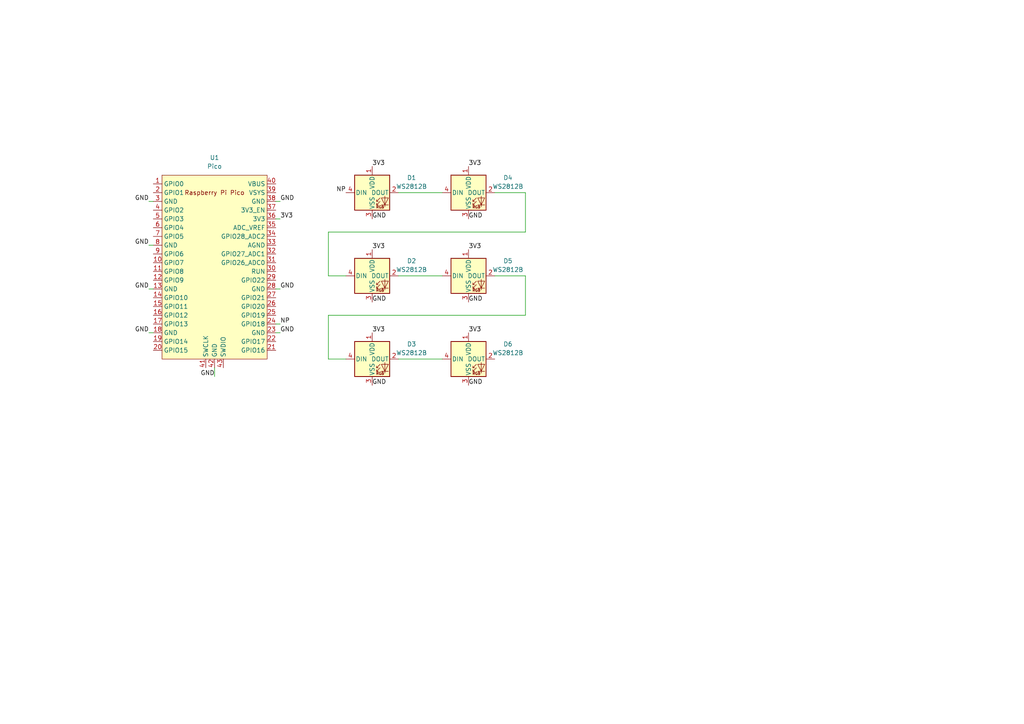
<source format=kicad_sch>
(kicad_sch (version 20211123) (generator eeschema)
  (paper "A4")
  (lib_symbols
    (symbol "LED:WS2812B" (pin_names (offset 0.254))
      (property "Reference" "D" (at 5.08 5.715 0))
      (property "Value" "WS2812B" (at 1.27 -5.715 0))
      (symbol "WS2812B_0_0"
        (text "RGB" (at 2.286 -4.191 0) (effects (font (size 0.762 0.762))))
      )
      (symbol "WS2812B_0_1"
        (polyline (pts (xy 1.27 -3.556) (xy 1.778 -3.556)))
        (polyline (pts (xy 1.27 -2.54) (xy 1.778 -2.54)))
        (polyline (pts (xy 4.699 -3.556) (xy 2.667 -3.556)))
        (polyline (pts (xy 2.286 -2.54) (xy 1.27 -3.556) (xy 1.27 -3.048)))
        (polyline (pts (xy 2.286 -1.524) (xy 1.27 -2.54) (xy 1.27 -2.032)))
        (polyline (pts (xy 3.683 -1.016) (xy 3.683 -3.556) (xy 3.683 -4.064)))
        (polyline (pts (xy 4.699 -1.524) (xy 2.667 -1.524) (xy 3.683 -3.556) (xy 4.699 -1.524)))
        (rectangle (start 5.08 5.08) (end -5.08 -5.08) (stroke (width 0.254)) (fill (type background)))
      )
      (symbol "WS2812B_1_1"
        (pin power_in line (at 0 7.62 270) (length 2.54) (name "VDD") (number "1"))
        (pin output line (at 7.62 0 180) (length 2.54) (name "DOUT") (number "2"))
        (pin power_in line (at 0 -7.62 90) (length 2.54) (name "VSS") (number "3"))
        (pin input line (at -7.62 0 0) (length 2.54) (name "DIN") (number "4"))
      )
    )
    (symbol "MCU_RaspberryPi_and_Boards:Pico"
      (property "Reference" "U" (at -13.97 27.94 0))
      (property "Value" "Pico" (at 0 19.05 0))
      (symbol "Pico_0_0"
        (text "Raspberry Pi Pico" (at 0 21.59 0) (effects (font (size 1.27 1.27))))
      )
      (symbol "Pico_0_1"
        (rectangle (start -15.24 26.67) (end 15.24 -26.67) (fill (type background)))
      )
      (symbol "Pico_1_1"
        (pin bidirectional line (at -17.78 24.13 0) (length 2.54) (name "GPIO0") (number "1"))
        (pin bidirectional line (at -17.78 1.27 0) (length 2.54) (name "GPIO7") (number "10"))
        (pin bidirectional line (at -17.78 -1.27 0) (length 2.54) (name "GPIO8") (number "11"))
        (pin bidirectional line (at -17.78 -3.81 0) (length 2.54) (name "GPIO9") (number "12"))
        (pin power_in line (at -17.78 -6.35 0) (length 2.54) (name "GND") (number "13"))
        (pin bidirectional line (at -17.78 -8.89 0) (length 2.54) (name "GPIO10") (number "14"))
        (pin bidirectional line (at -17.78 -11.43 0) (length 2.54) (name "GPIO11") (number "15"))
        (pin bidirectional line (at -17.78 -13.97 0) (length 2.54) (name "GPIO12") (number "16"))
        (pin bidirectional line (at -17.78 -16.51 0) (length 2.54) (name "GPIO13") (number "17"))
        (pin power_in line (at -17.78 -19.05 0) (length 2.54) (name "GND") (number "18"))
        (pin bidirectional line (at -17.78 -21.59 0) (length 2.54) (name "GPIO14") (number "19"))
        (pin bidirectional line (at -17.78 21.59 0) (length 2.54) (name "GPIO1") (number "2"))
        (pin bidirectional line (at -17.78 -24.13 0) (length 2.54) (name "GPIO15") (number "20"))
        (pin bidirectional line (at 17.78 -24.13 180) (length 2.54) (name "GPIO16") (number "21"))
        (pin bidirectional line (at 17.78 -21.59 180) (length 2.54) (name "GPIO17") (number "22"))
        (pin power_in line (at 17.78 -19.05 180) (length 2.54) (name "GND") (number "23"))
        (pin bidirectional line (at 17.78 -16.51 180) (length 2.54) (name "GPIO18") (number "24"))
        (pin bidirectional line (at 17.78 -13.97 180) (length 2.54) (name "GPIO19") (number "25"))
        (pin bidirectional line (at 17.78 -11.43 180) (length 2.54) (name "GPIO20") (number "26"))
        (pin bidirectional line (at 17.78 -8.89 180) (length 2.54) (name "GPIO21") (number "27"))
        (pin power_in line (at 17.78 -6.35 180) (length 2.54) (name "GND") (number "28"))
        (pin bidirectional line (at 17.78 -3.81 180) (length 2.54) (name "GPIO22") (number "29"))
        (pin power_in line (at -17.78 19.05 0) (length 2.54) (name "GND") (number "3"))
        (pin input line (at 17.78 -1.27 180) (length 2.54) (name "RUN") (number "30"))
        (pin bidirectional line (at 17.78 1.27 180) (length 2.54) (name "GPIO26_ADC0") (number "31"))
        (pin bidirectional line (at 17.78 3.81 180) (length 2.54) (name "GPIO27_ADC1") (number "32"))
        (pin power_in line (at 17.78 6.35 180) (length 2.54) (name "AGND") (number "33"))
        (pin bidirectional line (at 17.78 8.89 180) (length 2.54) (name "GPIO28_ADC2") (number "34"))
        (pin power_in line (at 17.78 11.43 180) (length 2.54) (name "ADC_VREF") (number "35"))
        (pin power_in line (at 17.78 13.97 180) (length 2.54) (name "3V3") (number "36"))
        (pin input line (at 17.78 16.51 180) (length 2.54) (name "3V3_EN") (number "37"))
        (pin bidirectional line (at 17.78 19.05 180) (length 2.54) (name "GND") (number "38"))
        (pin power_in line (at 17.78 21.59 180) (length 2.54) (name "VSYS") (number "39"))
        (pin bidirectional line (at -17.78 16.51 0) (length 2.54) (name "GPIO2") (number "4"))
        (pin power_in line (at 17.78 24.13 180) (length 2.54) (name "VBUS") (number "40"))
        (pin input line (at -2.54 -29.21 90) (length 2.54) (name "SWCLK") (number "41"))
        (pin power_in line (at 0 -29.21 90) (length 2.54) (name "GND") (number "42"))
        (pin bidirectional line (at 2.54 -29.21 90) (length 2.54) (name "SWDIO") (number "43"))
        (pin bidirectional line (at -17.78 13.97 0) (length 2.54) (name "GPIO3") (number "5"))
        (pin bidirectional line (at -17.78 11.43 0) (length 2.54) (name "GPIO4") (number "6"))
        (pin bidirectional line (at -17.78 8.89 0) (length 2.54) (name "GPIO5") (number "7"))
        (pin power_in line (at -17.78 6.35 0) (length 2.54) (name "GND") (number "8"))
        (pin bidirectional line (at -17.78 3.81 0) (length 2.54) (name "GPIO6") (number "9"))
      )
    )
  )
  (wire (pts (xy 115.57 104.14) (xy 128.27 104.14)))
  (wire (pts (xy 81.28 58.42) (xy 80.01 58.42)))
  (wire (pts (xy 43.18 71.12) (xy 44.45 71.12)))
  (wire (pts (xy 115.57 55.88) (xy 128.27 55.88)))
  (wire (pts (xy 115.57 80.01) (xy 128.27 80.01)))
  (wire (pts (xy 95.25 104.14) (xy 100.33 104.14)))
  (wire (pts (xy 62.23 109.22) (xy 62.23 106.68)))
  (wire (pts (xy 95.25 67.31) (xy 95.25 80.01)))
  (wire (pts (xy 95.25 80.01) (xy 100.33 80.01)))
  (wire (pts (xy 143.51 80.01) (xy 152.4 80.01)))
  (wire (pts (xy 152.4 55.88) (xy 152.4 67.31)))
  (wire (pts (xy 81.28 96.52) (xy 80.01 96.52)))
  (wire (pts (xy 81.28 93.98) (xy 80.01 93.98)))
  (wire (pts (xy 81.28 83.82) (xy 80.01 83.82)))
  (wire (pts (xy 152.4 91.44) (xy 95.25 91.44)))
  (wire (pts (xy 95.25 91.44) (xy 95.25 104.14)))
  (wire (pts (xy 43.18 83.82) (xy 44.45 83.82)))
  (wire (pts (xy 43.18 96.52) (xy 44.45 96.52)))
  (wire (pts (xy 152.4 67.31) (xy 95.25 67.31)))
  (wire (pts (xy 152.4 80.01) (xy 152.4 91.44)))
  (wire (pts (xy 81.28 63.5) (xy 80.01 63.5)))
  (wire (pts (xy 143.51 55.88) (xy 152.4 55.88)))
  (wire (pts (xy 43.18 58.42) (xy 44.45 58.42)))
  (label "3V3" (at 107.95 72.39 0))
  (label "NP" (at 100.33 55.88 180))
  (label "GND" (at 62.23 109.22 180))
  (label "3V3" (at 135.89 72.39 0))
  (label "NP" (at 81.28 93.98 0))
  (label "GND" (at 135.89 111.76 0))
  (label "GND" (at 81.28 96.52 0))
  (label "3V3" (at 107.95 48.26 0))
  (label "GND" (at 107.95 87.63 0))
  (label "3V3" (at 81.28 63.5 0))
  (label "3V3" (at 135.89 48.26 0))
  (label "GND" (at 135.89 63.5 0))
  (label "3V3" (at 135.89 96.52 0))
  (label "GND" (at 107.95 63.5 0))
  (label "GND" (at 135.89 87.63 0))
  (label "GND" (at 81.28 58.42 0))
  (label "GND" (at 43.18 96.52 180))
  (label "3V3" (at 107.95 96.52 0))
  (label "GND" (at 43.18 71.12 180))
  (label "GND" (at 43.18 58.42 180))
  (label "GND" (at 107.95 111.76 0))
  (label "GND" (at 43.18 83.82 180))
  (label "GND" (at 81.28 83.82 0))
  (symbol (lib_id "LED:WS2812B") (at 135.89 80.01 0) (unit 1)
    (property "Reference" "D5" (at 147.32 75.6793 0))
    (property "Value" "WS2812B" (at 147.32 78.2193 0))
    (property "Footprint" "LED_SMD:LED_WS2812B_PLCC4_5.0x5.0mm_P3.2mm" (effects hide))
    (property "Datasheet" "https://cdn-shop.adafruit.com/datasheets/WS2812B.pdf" (effects hide))
  )
  (symbol (lib_id "MCU_RaspberryPi_and_Boards:Pico") (at 62.23 77.47 0) (unit 1)
    (property "Reference" "U1" (at 62.23 45.72 0))
    (property "Value" "Pico" (at 62.23 48.26 0))
    (property "Footprint" "MCU_RaspberryPi_and_Boards:RPi_Pico_SMD_TH" (effects hide))
  )
  (symbol (lib_id "LED:WS2812B") (at 107.95 80.01 0) (unit 1)
    (property "Reference" "D2" (at 119.38 75.6793 0))
    (property "Value" "WS2812B" (at 119.38 78.2193 0))
    (property "Footprint" "LED_SMD:LED_WS2812B_PLCC4_5.0x5.0mm_P3.2mm" (effects hide))
    (property "Datasheet" "https://cdn-shop.adafruit.com/datasheets/WS2812B.pdf" (effects hide))
  )
  (symbol (lib_id "LED:WS2812B") (at 107.95 55.88 0) (unit 1)
    (property "Reference" "D1" (at 119.38 51.5493 0))
    (property "Value" "WS2812B" (at 119.38 54.0893 0))
    (property "Footprint" "LED_SMD:LED_WS2812B_PLCC4_5.0x5.0mm_P3.2mm" (effects hide))
    (property "Datasheet" "https://cdn-shop.adafruit.com/datasheets/WS2812B.pdf" (effects hide))
  )
  (symbol (lib_id "LED:WS2812B") (at 135.89 104.14 0) (unit 1)
    (property "Reference" "D6" (at 147.32 99.8093 0))
    (property "Value" "WS2812B" (at 147.32 102.3493 0))
    (property "Footprint" "LED_SMD:LED_WS2812B_PLCC4_5.0x5.0mm_P3.2mm" (effects hide))
    (property "Datasheet" "https://cdn-shop.adafruit.com/datasheets/WS2812B.pdf" (effects hide))
  )
  (symbol (lib_id "LED:WS2812B") (at 135.89 55.88 0) (unit 1)
    (property "Reference" "D4" (at 147.32 51.5493 0))
    (property "Value" "WS2812B" (at 147.32 54.0893 0))
    (property "Footprint" "LED_SMD:LED_WS2812B_PLCC4_5.0x5.0mm_P3.2mm" (effects hide))
    (property "Datasheet" "https://cdn-shop.adafruit.com/datasheets/WS2812B.pdf" (effects hide))
  )
  (symbol (lib_id "LED:WS2812B") (at 107.95 104.14 0) (unit 1)
    (property "Reference" "D3" (at 119.38 99.8093 0))
    (property "Value" "WS2812B" (at 119.38 102.3493 0))
    (property "Footprint" "LED_SMD:LED_WS2812B_PLCC4_5.0x5.0mm_P3.2mm" (effects hide))
    (property "Datasheet" "https://cdn-shop.adafruit.com/datasheets/WS2812B.pdf" (effects hide))
  )
)
</source>
